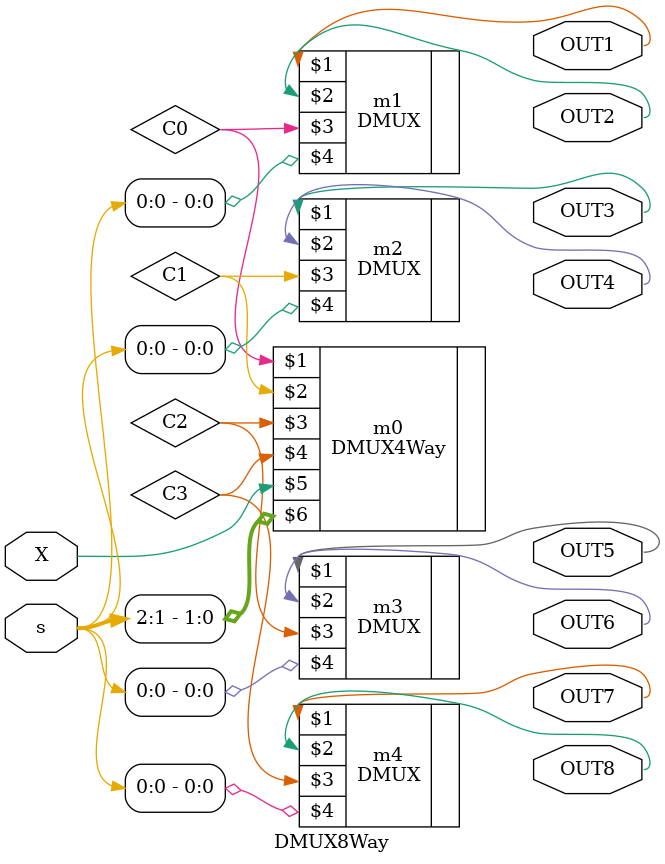
<source format=sv>
`include "DMUX4Way.sv"

module DMUX8Way(
  output OUT1,
  output OUT2, 
  output OUT3, 
  output OUT4,
  output OUT5,
  output OUT6, 
  output OUT7, 
  output OUT8,
  input X,
  input [2:0]s
);
   
  wire C0,C1,C2,C3;
  
  DMUX4Way m0(C0, C1, C2, C3, X, s[2:1]);
  
  DMUX m1(OUT1, OUT2, C0, s[0]);
  DMUX m2(OUT3, OUT4, C1, s[0]);
  DMUX m3(OUT5, OUT6, C2, s[0]);
  DMUX m4(OUT7, OUT8, C3, s[0]);

endmodule
</source>
